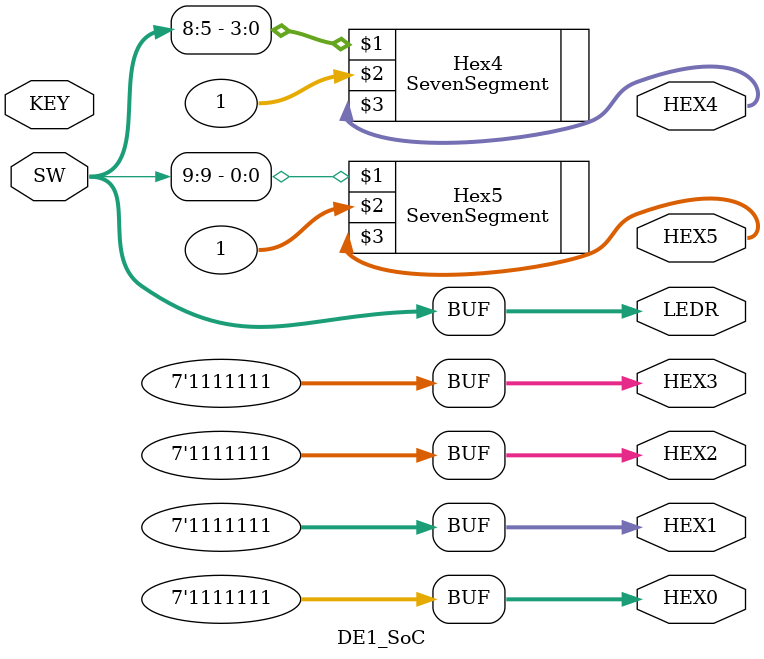
<source format=sv>

module DE1_SoC (HEX0, HEX1, HEX2, HEX3, HEX4, HEX5, KEY, LEDR, SW);
	output logic [6:0] HEX0, HEX1, HEX2, HEX3, HEX4, HEX5;
	output logic [9:0] LEDR;
	input logic [3:0] KEY;
	input logic [9:0] SW;
	
	assign LEDR = SW;
	assign HEX0 = '1;
	assign HEX1 = '1;
	assign HEX2 = '1;
	assign HEX3 = '1;
	SevenSegment Hex4( SW[ 8:5 ], 1, HEX4);
	SevenSegment Hex5( SW[ 9 ], 1, HEX5);
endmodule
</source>
